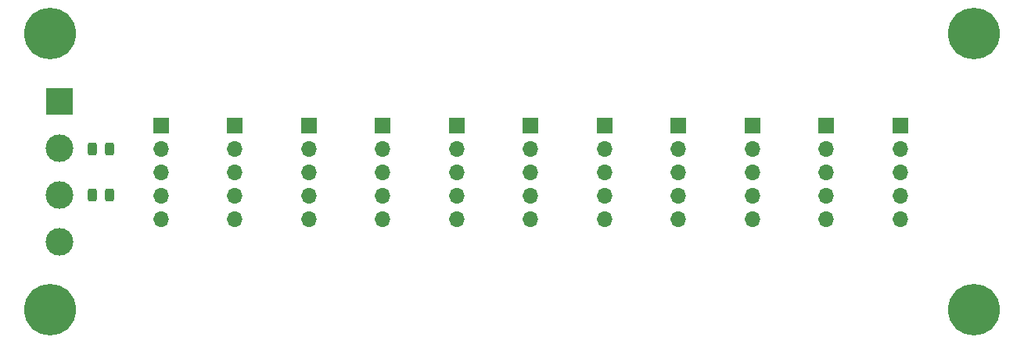
<source format=gbr>
G04 #@! TF.GenerationSoftware,KiCad,Pcbnew,7.0.6*
G04 #@! TF.CreationDate,2023-11-12T09:35:53+05:30*
G04 #@! TF.ProjectId,Common-Miner-Baseboard,436f6d6d-6f6e-42d4-9d69-6e65722d4261,rev?*
G04 #@! TF.SameCoordinates,Original*
G04 #@! TF.FileFunction,Soldermask,Bot*
G04 #@! TF.FilePolarity,Negative*
%FSLAX46Y46*%
G04 Gerber Fmt 4.6, Leading zero omitted, Abs format (unit mm)*
G04 Created by KiCad (PCBNEW 7.0.6) date 2023-11-12 09:35:53*
%MOMM*%
%LPD*%
G01*
G04 APERTURE LIST*
G04 Aperture macros list*
%AMRoundRect*
0 Rectangle with rounded corners*
0 $1 Rounding radius*
0 $2 $3 $4 $5 $6 $7 $8 $9 X,Y pos of 4 corners*
0 Add a 4 corners polygon primitive as box body*
4,1,4,$2,$3,$4,$5,$6,$7,$8,$9,$2,$3,0*
0 Add four circle primitives for the rounded corners*
1,1,$1+$1,$2,$3*
1,1,$1+$1,$4,$5*
1,1,$1+$1,$6,$7*
1,1,$1+$1,$8,$9*
0 Add four rect primitives between the rounded corners*
20,1,$1+$1,$2,$3,$4,$5,0*
20,1,$1+$1,$4,$5,$6,$7,0*
20,1,$1+$1,$6,$7,$8,$9,0*
20,1,$1+$1,$8,$9,$2,$3,0*%
G04 Aperture macros list end*
%ADD10R,1.700000X1.700000*%
%ADD11O,1.700000X1.700000*%
%ADD12C,5.600000*%
%ADD13R,3.000000X3.000000*%
%ADD14C,3.000000*%
%ADD15RoundRect,0.243750X-0.243750X-0.456250X0.243750X-0.456250X0.243750X0.456250X-0.243750X0.456250X0*%
G04 APERTURE END LIST*
D10*
G04 #@! TO.C,J2*
X50000000Y-59950000D03*
D11*
X50000000Y-62490000D03*
X50000000Y-65030000D03*
X50000000Y-67570000D03*
X50000000Y-70110000D03*
G04 #@! TD*
D10*
G04 #@! TO.C,J3*
X58000000Y-59950000D03*
D11*
X58000000Y-62490000D03*
X58000000Y-65030000D03*
X58000000Y-67570000D03*
X58000000Y-70110000D03*
G04 #@! TD*
D10*
G04 #@! TO.C,J4*
X66000000Y-59950000D03*
D11*
X66000000Y-62490000D03*
X66000000Y-65030000D03*
X66000000Y-67570000D03*
X66000000Y-70110000D03*
G04 #@! TD*
D10*
G04 #@! TO.C,J5*
X74000000Y-59950000D03*
D11*
X74000000Y-62490000D03*
X74000000Y-65030000D03*
X74000000Y-67570000D03*
X74000000Y-70110000D03*
G04 #@! TD*
D10*
G04 #@! TO.C,J6*
X82000000Y-59950000D03*
D11*
X82000000Y-62490000D03*
X82000000Y-65030000D03*
X82000000Y-67570000D03*
X82000000Y-70110000D03*
G04 #@! TD*
D10*
G04 #@! TO.C,J7*
X90000000Y-59950000D03*
D11*
X90000000Y-62490000D03*
X90000000Y-65030000D03*
X90000000Y-67570000D03*
X90000000Y-70110000D03*
G04 #@! TD*
D10*
G04 #@! TO.C,J9*
X106000000Y-59950000D03*
D11*
X106000000Y-62490000D03*
X106000000Y-65030000D03*
X106000000Y-67570000D03*
X106000000Y-70110000D03*
G04 #@! TD*
D10*
G04 #@! TO.C,J10*
X114000000Y-59950000D03*
D11*
X114000000Y-62490000D03*
X114000000Y-65030000D03*
X114000000Y-67570000D03*
X114000000Y-70110000D03*
G04 #@! TD*
D10*
G04 #@! TO.C,J11*
X122000000Y-59950000D03*
D11*
X122000000Y-62490000D03*
X122000000Y-65030000D03*
X122000000Y-67570000D03*
X122000000Y-70110000D03*
G04 #@! TD*
D10*
G04 #@! TO.C,J8*
X98000000Y-59950000D03*
D11*
X98000000Y-62490000D03*
X98000000Y-65030000D03*
X98000000Y-67570000D03*
X98000000Y-70110000D03*
G04 #@! TD*
D10*
G04 #@! TO.C,J1*
X42000000Y-59950000D03*
D11*
X42000000Y-62490000D03*
X42000000Y-65030000D03*
X42000000Y-67570000D03*
X42000000Y-70110000D03*
G04 #@! TD*
D12*
G04 #@! TO.C,REF\u002A\u002A*
X30000000Y-50000000D03*
G04 #@! TD*
G04 #@! TO.C,REF\u002A\u002A*
X130000000Y-50000000D03*
G04 #@! TD*
D13*
G04 #@! TO.C,J12*
X31000000Y-57380000D03*
D14*
X31000000Y-62460000D03*
X31000000Y-67540000D03*
X31000000Y-72620000D03*
G04 #@! TD*
D12*
G04 #@! TO.C,REF\u002A\u002A*
X130000000Y-80000000D03*
G04 #@! TD*
G04 #@! TO.C,REF\u002A\u002A*
X30000000Y-80000000D03*
G04 #@! TD*
D15*
G04 #@! TO.C,R12*
X34562500Y-62500000D03*
X36437500Y-62500000D03*
G04 #@! TD*
G04 #@! TO.C,R13*
X34562500Y-67500000D03*
X36437500Y-67500000D03*
G04 #@! TD*
M02*

</source>
